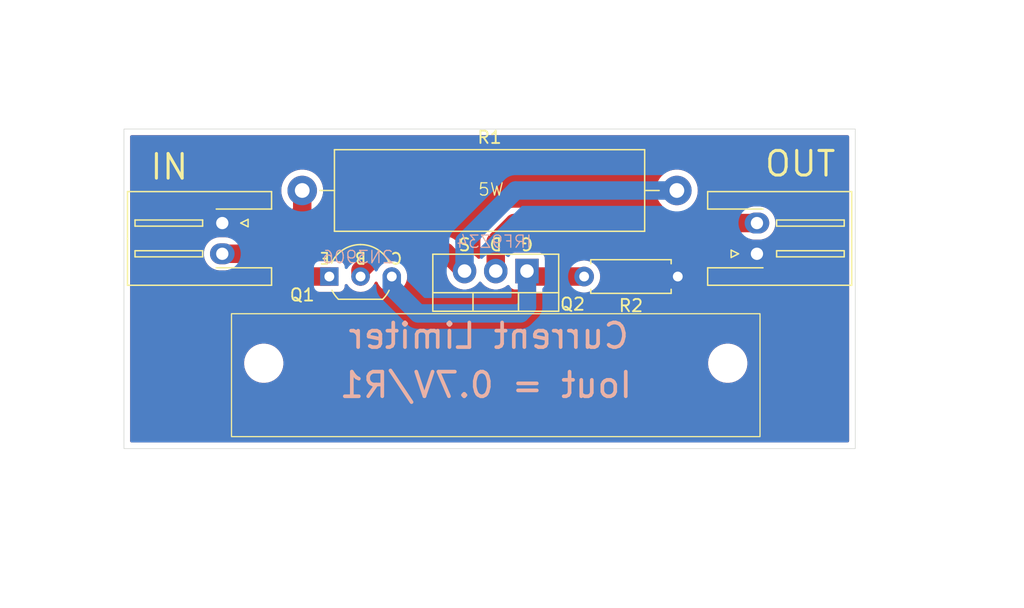
<source format=kicad_pcb>
(kicad_pcb (version 20240108) (generator "pcbnew") (generator_version "8.0")
  (layers (0 "F.Cu" signal) (31 "B.Cu" signal) (34 "B.Paste" user) (35 "F.Paste" user) (36 "B.SilkS" user "B.Silkscreen") (37 "F.SilkS" user "F.Silkscreen") (38 "B.Mask" user) (39 "F.Mask" user) (44 "Edge.Cuts" user))
  (net 0 "")
  (net 1 "GND")
  (net 2 "+12V")
  (net 3 "Net-(J2-Pin_2)")
  (net 4 "Net-(Q1-B)")
  (net 5 "Net-(Q1-C)")
  (footprint "Connector_JST:JST_XH_S2B-XH-A-1_1x02_P2.50mm_Horizontal" (layer "F.Cu") (at 111.75 72.65 -90)
    (property "Reference" "J1" (hide yes))
    (property "Value" "Conn_01x02_Socket")
    (fp_line (start -2.56 7.71) (end -2.56 -4.01) (stroke (width 0.12)) (layer "F.SilkS"))
    (fp_line (start 1.25 7.71) (end -2.56 7.71) (stroke (width 0.12)) (layer "F.SilkS"))
    (fp_line (start 1.25 7.71) (end 5.06 7.71) (stroke (width 0.12)) (layer "F.SilkS"))
    (fp_line (start 5.06 7.71) (end 5.06 -4.01) (stroke (width 0.12)) (layer "F.SilkS"))
    (fp_line (start -0.25 7.1) (end 0.25 7.1) (stroke (width 0.12)) (layer "F.SilkS"))
    (fp_line (start 0.25 7.1) (end 0.25 1.6) (stroke (width 0.12)) (layer "F.SilkS"))
    (fp_line (start 2.25 7.1) (end 2.75 7.1) (stroke (width 0.12)) (layer "F.SilkS"))
    (fp_line (start 2.75 7.1) (end 2.75 1.6) (stroke (width 0.12)) (layer "F.SilkS"))
    (fp_line (start -0.25 1.6) (end -0.25 7.1) (stroke (width 0.12)) (layer "F.SilkS"))
    (fp_line (start 0.25 1.6) (end -0.25 1.6) (stroke (width 0.12)) (layer "F.SilkS"))
    (fp_line (start 2.25 1.6) (end 2.25 7.1) (stroke (width 0.12)) (layer "F.SilkS"))
    (fp_line (start 2.75 1.6) (end 2.25 1.6) (stroke (width 0.12)) (layer "F.SilkS"))
    (fp_line (start 0 -1.5) (end -0.3 -2.1) (stroke (width 0.12)) (layer "F.SilkS"))
    (fp_line (start -0.3 -2.1) (end 0.3 -2.1) (stroke (width 0.12)) (layer "F.SilkS"))
    (fp_line (start 0.3 -2.1) (end 0 -1.5) (stroke (width 0.12)) (layer "F.SilkS"))
    (fp_line (start -2.56 -4.01) (end -1.14 -4.01) (stroke (width 0.12)) (layer "F.SilkS"))
    (fp_line (start -1.14 -4.01) (end -1.14 0.49) (stroke (width 0.12)) (layer "F.SilkS"))
    (fp_line (start 3.64 -4.01) (end 3.64 0.49) (stroke (width 0.12)) (layer "F.SilkS"))
    (fp_line (start 5.06 -4.01) (end 3.64 -4.01) (stroke (width 0.12)) (layer "F.SilkS"))
    (pad "1" thru_hole roundrect (at 0 0 270) (size 1.7 2) (drill 1) (layers "*.Cu" "*.Mask") (roundrect_rratio 0.147059) (net 1 "GND"))
    (pad "2" thru_hole oval (at 2.5 0 270) (size 1.7 2) (drill 1) (layers "*.Cu" "*.Mask") (net 2 "+12V"))
  )
  (footprint "MountingHole:MountingHole_2.7mm_M2.5" (layer "F.Cu") (at 152.875 84.055)
    (property "Reference" "H1" (hide yes))
    (property "Value" "MountingHole")
    (pad "" np_thru_hole circle (at 0 0) (size 2.7 2.7) (drill 2.7) (layers "*.Cu" "*.Mask"))
  )
  (footprint "Resistor_THT:R_Axial_Power_L25.0mm_W6.4mm_P30.48mm" (layer "F.Cu") (at 118.255 70)
    (property "Reference" "R1" (at 15.24 -4.32 0) (layer "F.SilkS"))
    (property "Value" "0.5")
    (fp_line (start 1.44 0) (end 2.62 0) (stroke (width 0.12)) (layer "F.SilkS"))
    (fp_line (start 2.62 -3.32) (end 2.62 3.32) (stroke (width 0.12)) (layer "F.SilkS"))
    (fp_line (start 2.62 3.32) (end 27.86 3.32) (stroke (width 0.12)) (layer "F.SilkS"))
    (fp_line (start 27.86 -3.32) (end 2.62 -3.32) (stroke (width 0.12)) (layer "F.SilkS"))
    (fp_line (start 27.86 3.32) (end 27.86 -3.32) (stroke (width 0.12)) (layer "F.SilkS"))
    (fp_line (start 29.04 0) (end 27.86 0) (stroke (width 0.12)) (layer "F.SilkS"))
    (pad "1" thru_hole circle (at 0 0) (size 2.4 2.4) (drill 1.2) (layers "*.Cu" "*.Mask") (net 2 "+12V"))
    (pad "2" thru_hole oval (at 30.48 0) (size 2.4 2.4) (drill 1.2) (layers "*.Cu" "*.Mask") (net 4 "Net-(Q1-B)"))
  )
  (footprint "Resistor_THT:R_Axial_DIN0207_L6.3mm_D2.5mm_P7.62mm_Horizontal" (layer "F.Cu") (at 148.81 77 180)
    (property "Reference" "R2" (at 3.81 -2.37 0) (layer "F.SilkS"))
    (property "Value" "5k")
    (fp_line (start 7.08 1.37) (end 7.08 1.04) (stroke (width 0.12)) (layer "F.SilkS"))
    (fp_line (start 7.08 -1.37) (end 7.08 -1.04) (stroke (width 0.12)) (layer "F.SilkS"))
    (fp_line (start 0.54 1.37) (end 7.08 1.37) (stroke (width 0.12)) (layer "F.SilkS"))
    (fp_line (start 0.54 1.04) (end 0.54 1.37) (stroke (width 0.12)) (layer "F.SilkS"))
    (fp_line (start 0.54 -1.04) (end 0.54 -1.37) (stroke (width 0.12)) (layer "F.SilkS"))
    (fp_line (start 0.54 -1.37) (end 7.08 -1.37) (stroke (width 0.12)) (layer "F.SilkS"))
    (pad "1" thru_hole circle (at 0 0 180) (size 1.6 1.6) (drill 0.8) (layers "*.Cu" "*.Mask") (net 1 "GND"))
    (pad "2" thru_hole oval (at 7.62 0 180) (size 1.6 1.6) (drill 0.8) (layers "*.Cu" "*.Mask") (net 5 "Net-(Q1-C)"))
  )
  (footprint "MountingHole:MountingHole_2.7mm_M2.5" (layer "F.Cu") (at 115.125 84.055)
    (property "Reference" "H2" (hide yes))
    (property "Value" "MountingHole")
    (pad "" np_thru_hole circle (at 0 0) (size 2.7 2.7) (drill 2.7) (layers "*.Cu" "*.Mask"))
  )
  (footprint "PCM_Package_TO_SOT_THT_AKL:TO-220-3_Vertical_GDS" (layer "F.Cu") (at 136.54 76.555 180)
    (property "Reference" "Q2" (at -3.71 -2.695 0) (layer "F.SilkS"))
    (property "Value" "IRF9Z34" (hide yes))
    (fp_line (start 7.66 -3.27) (end 7.66 1.371) (stroke (width 0.12)) (layer "F.SilkS"))
    (fp_line (start 4.391 -3.27) (end 4.391 -1.76) (stroke (width 0.12)) (layer "F.SilkS"))
    (fp_line (start 0.69 -3.27) (end 0.69 -1.76) (stroke (width 0.12)) (layer "F.SilkS"))
    (fp_line (start -2.58 1.371) (end 7.66 1.371) (stroke (width 0.12)) (layer "F.SilkS"))
    (fp_line (start -2.58 -1.76) (end 7.66 -1.76) (stroke (width 0.12)) (layer "F.SilkS"))
    (fp_line (start -2.58 -3.27) (end 7.66 -3.27) (stroke (width 0.12)) (layer "F.SilkS"))
    (fp_line (start -2.58 -3.27) (end -2.58 1.371) (stroke (width 0.12)) (layer "F.SilkS"))
    (fp_text user "G" (at 0 2.2225 180) (layer "F.SilkS"))
    (fp_text user "S" (at 5.08 2.2225 180) (layer "F.SilkS"))
    (fp_text user "D" (at 2.54 2.2225 180) (layer "F.SilkS"))
    (pad "1" thru_hole rect (at 0 0 180) (size 1.905 2) (drill 1.1) (layers "*.Cu" "*.Mask") (net 5 "Net-(Q1-C)"))
    (pad "2" thru_hole oval (at 2.54 0 180) (size 1.905 2) (drill 1.1) (layers "*.Cu" "*.Mask") (net 3 "Net-(J2-Pin_2)"))
    (pad "3" thru_hole oval (at 5.08 0 180) (size 1.905 2) (drill 1.1) (layers "*.Cu" "*.Mask") (net 4 "Net-(Q1-B)"))
  )
  (footprint "Connector_JST:JST_XH_S2B-XH-A-1_1x02_P2.50mm_Horizontal" (layer "F.Cu") (at 155.25 75.15 90)
    (property "Reference" "J2" (hide yes))
    (property "Value" "Conn_01x02_Socket")
    (fp_line (start 5.06 -4.01) (end 3.64 -4.01) (stroke (width 0.12)) (layer "F.SilkS"))
    (fp_line (start 3.64 -4.01) (end 3.64 0.49) (stroke (width 0.12)) (layer "F.SilkS"))
    (fp_line (start -1.14 -4.01) (end -1.14 0.49) (stroke (width 0.12)) (layer "F.SilkS"))
    (fp_line (start -2.56 -4.01) (end -1.14 -4.01) (stroke (width 0.12)) (layer "F.SilkS"))
    (fp_line (start 0.3 -2.1) (end 0 -1.5) (stroke (width 0.12)) (layer "F.SilkS"))
    (fp_line (start -0.3 -2.1) (end 0.3 -2.1) (stroke (width 0.12)) (layer "F.SilkS"))
    (fp_line (start 0 -1.5) (end -0.3 -2.1) (stroke (width 0.12)) (layer "F.SilkS"))
    (fp_line (start 2.75 1.6) (end 2.25 1.6) (stroke (width 0.12)) (layer "F.SilkS"))
    (fp_line (start 2.25 1.6) (end 2.25 7.1) (stroke (width 0.12)) (layer "F.SilkS"))
    (fp_line (start 0.25 1.6) (end -0.25 1.6) (stroke (width 0.12)) (layer "F.SilkS"))
    (fp_line (start -0.25 1.6) (end -0.25 7.1) (stroke (width 0.12)) (layer "F.SilkS"))
    (fp_line (start 2.75 7.1) (end 2.75 1.6) (stroke (width 0.12)) (layer "F.SilkS"))
    (fp_line (start 2.25 7.1) (end 2.75 7.1) (stroke (width 0.12)) (layer "F.SilkS"))
    (fp_line (start 0.25 7.1) (end 0.25 1.6) (stroke (width 0.12)) (layer "F.SilkS"))
    (fp_line (start -0.25 7.1) (end 0.25 7.1) (stroke (width 0.12)) (layer "F.SilkS"))
    (fp_line (start 5.06 7.71) (end 5.06 -4.01) (stroke (width 0.12)) (layer "F.SilkS"))
    (fp_line (start 1.25 7.71) (end 5.06 7.71) (stroke (width 0.12)) (layer "F.SilkS"))
    (fp_line (start 1.25 7.71) (end -2.56 7.71) (stroke (width 0.12)) (layer "F.SilkS"))
    (fp_line (start -2.56 7.71) (end -2.56 -4.01) (stroke (width 0.12)) (layer "F.SilkS"))
    (pad "1" thru_hole roundrect (at 0 0 90) (size 1.7 2) (drill 1) (layers "*.Cu" "*.Mask") (roundrect_rratio 0.147059) (net 1 "GND"))
    (pad "2" thru_hole oval (at 2.5 0 90) (size 1.7 2) (drill 1) (layers "*.Cu" "*.Mask") (net 3 "Net-(J2-Pin_2)"))
  )
  (footprint "PCM_Package_TO_SOT_THT_AKL:TO-92_Inline_Wide_EBC" (layer "F.Cu") (at 120.46 77)
    (property "Reference" "Q1" (at -2.21 1.5 0) (layer "F.SilkS"))
    (property "Value" "2N3906" (hide yes))
    (fp_line (start 0.74 1.85) (end 4.34 1.85) (stroke (width 0.12)) (layer "F.SilkS"))
    (fp_arc (start 0.1836 -1.098807) (mid 1.143021 -2.192817) (end 2.54 -2.6) (stroke (width 0.12)) (layer "F.SilkS"))
    (fp_arc (start 0.74 1.85) (mid 0.446097 1.509328) (end 0.215816 1.122795) (stroke (width 0.12)) (layer "F.SilkS"))
    (fp_arc (start 2.54 -2.6) (mid 3.936979 -2.192818) (end 4.8964 -1.098807) (stroke (width 0.12)) (layer "F.SilkS"))
    (fp_arc (start 4.864184 1.122795) (mid 4.633903 1.509328) (end 4.34 1.85) (stroke (width 0.12)) (layer "F.SilkS"))
    (fp_text user "B" (at 2.54 -1.524 180) (layer "F.SilkS") (effects (font (size 0.9 0.9))))
    (fp_text user "E" (at -0.381 -1.524 180) (layer "F.SilkS") (effects (font (size 0.9 0.9))))
    (fp_text user "C" (at 5.461 -1.524 180) (layer "F.SilkS") (effects (font (size 0.9 0.9))))
    (pad "1" thru_hole rect (at 0 0 90) (size 1.5 1.5) (drill 0.8) (layers "*.Cu" "*.Mask") (net 2 "+12V"))
    (pad "2" thru_hole circle (at 2.54 0 90) (size 1.5 1.5) (drill 0.8) (layers "*.Cu" "*.Mask") (net 4 "Net-(Q1-B)"))
    (pad "3" thru_hole circle (at 5.08 0 90) (size 1.5 1.5) (drill 0.8) (layers "*.Cu" "*.Mask") (net 5 "Net-(Q1-C)"))
  )
  (gr_rect (start 112.5 80.025) (end 155.5 90.025) (stroke (width 0.1)) (fill none) (layer "F.SilkS"))
  (gr_rect (start 103.75 65) (end 163.25 91) (stroke (width 0.05)) (fill none) (layer "Edge.Cuts"))
  (gr_text "Iout = 0.7V/R1" (at 145.25 87 0) (layer "B.SilkS") (effects (font (size 2 2) (thickness 0.3)) (justify left bottom mirror)))
  (gr_text "2N3906" (at 125.75 76 0) (layer "B.SilkS") (effects (font (size 1 1) (thickness 0.1)) (justify left bottom mirror)))
  (gr_text "Current Limiter" (at 145 83 0) (layer "B.SilkS") (effects (font (size 2 2) (thickness 0.3)) (justify left bottom mirror)))
  (gr_text "IRF9Z34" (at 137 74.75 0) (layer "B.SilkS") (effects (font (size 1 1) (thickness 0.1)) (justify left bottom mirror)))
  (gr_text "OUT" (at 155.75 69 0) (layer "F.SilkS") (effects (font (size 2 2) (thickness 0.25)) (justify left bottom)))
  (gr_text "IN" (at 105.75 69.25 0) (layer "F.SilkS") (effects (font (size 2 2) (thickness 0.25)) (justify left bottom)))
  (gr_text "5W" (at 132.5 70.5 0) (layer "F.SilkS") (effects (font (size 1 1) (thickness 0.1)) (justify left bottom)))
  (segment (start 118.255 71.745) (end 118.255 70) (width 1.5) (layer "F.Cu") (net 2))
  (segment (start 111.75 75.15) (end 114.85 75.15) (width 1.5) (layer "F.Cu") (net 2))
  (segment (start 116.7 77) (end 114.85 75.15) (width 1.5) (layer "F.Cu") (net 2))
  (segment (start 114.85 75.15) (end 118.255 71.745) (width 1.5) (layer "F.Cu") (net 2))
  (segment (start 120.46 77) (end 116.7 77) (width 1.5) (layer "F.Cu") (net 2))
  (segment (start 134 76.555) (end 134 74.15) (width 1.5) (layer "F.Cu") (net 3))
  (segment (start 135.5 72.65) (end 155.25 72.65) (width 1.5) (layer "F.Cu") (net 3))
  (segment (start 134 74.15) (end 135.5 72.65) (width 1.5) (layer "F.Cu") (net 3))
  (segment (start 123 76.5) (end 124.5 75) (width 1.5) (layer "F.Cu") (net 4))
  (segment (start 124.5 75) (end 129.905 75) (width 1.5) (layer "F.Cu") (net 4))
  (segment (start 129.905 75) (end 131.46 76.555) (width 1.5) (layer "F.Cu") (net 4))
  (segment (start 123 77) (end 123 76.5) (width 1.5) (layer "F.Cu") (net 4))
  (segment (start 135.61 70) (end 131.46 74.15) (width 1.5) (layer "B.Cu") (net 4))
  (segment (start 131.46 74.15) (end 131.46 76.555) (width 1.5) (layer "B.Cu") (net 4))
  (segment (start 148.735 70) (end 135.61 70) (width 1.5) (layer "B.Cu") (net 4))
  (segment (start 136.985 77) (end 136.54 76.555) (width 1.5) (layer "F.Cu") (net 5))
  (segment (start 141.19 77) (end 136.985 77) (width 1.5) (layer "F.Cu") (net 5))
  (segment (start 125.54 77.86) (end 127.68 80) (width 1.5) (layer "B.Cu") (net 5))
  (segment (start 136 80) (end 136.54 79.46) (width 1.5) (layer "B.Cu") (net 5))
  (segment (start 127.68 80) (end 136 80) (width 1.5) (layer "B.Cu") (net 5))
  (segment (start 136.54 79.46) (end 136.54 76.555) (width 1.5) (layer "B.Cu") (net 5))
  (segment (start 125.54 77) (end 125.54 77.86) (width 1.5) (layer "B.Cu") (net 5))
  (zone (net 1) (net_name "GND") (layers "F&B.Cu") (connect_pads yes (clearance 0.5)) (min_thickness 0.25) (fill yes (thermal_gap 0.5) (thermal_bridge_width 0.5))
    (polygon (pts (xy 98.5 59.5) (xy 175.5 59.5) (xy 177 104) (xy 96.5 103)))
  )
)
</source>
